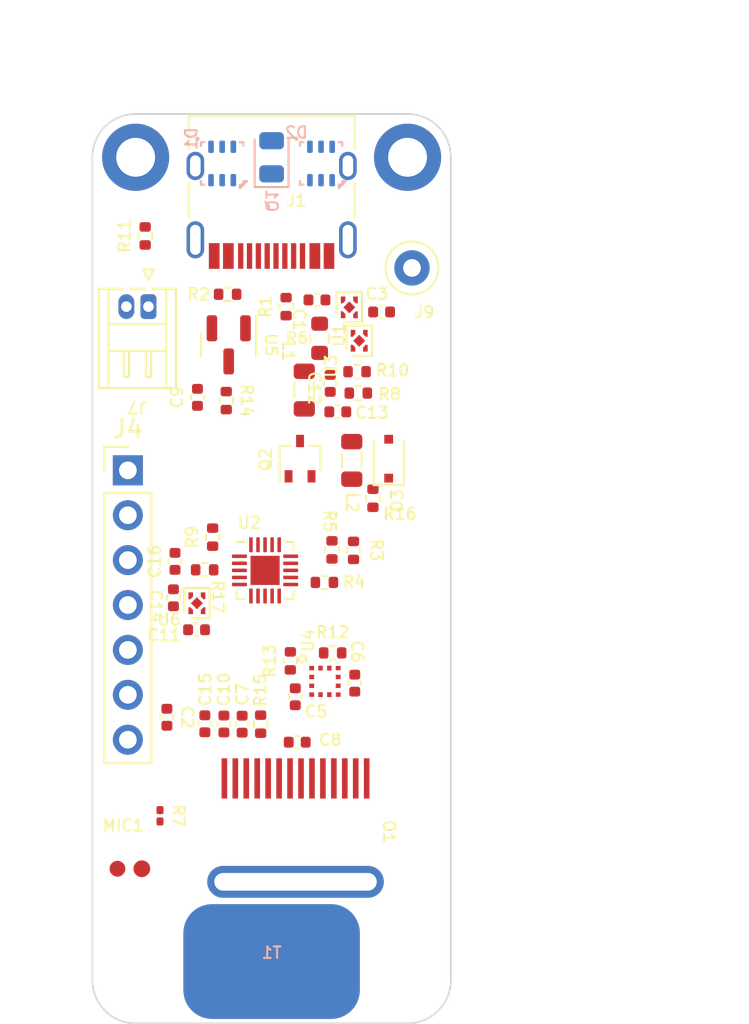
<source format=kicad_pcb>
(kicad_pcb (version 20211014) (generator pcbnew)
  (layers (0 "F.Cu" signal) (31 "B.Cu" signal) (34 "B.Paste" user) (35 "F.Paste" user) (36 "B.SilkS" user "B.Silkscreen") (37 "F.SilkS" user "F.Silkscreen") (38 "B.Mask" user) (39 "F.Mask" user) (44 "Edge.Cuts" user))
  (net 0 "")
  (net 1 "Net-(C1-Pad1)")
  (net 2 "GND")
  (net 3 "VCCMON")
  (net 4 "Net-(C2-Pad2)")
  (net 5 "Net-(C3-Pad1)")
  (net 6 "VDD")
  (net 7 "VD")
  (net 8 "Net-(C7-Pad1)")
  (net 9 "Net-(C9-Pad1)")
  (net 10 "Net-(C9-Pad2)")
  (net 11 "VCC")
  (net 12 "Net-(C13-Pad1)")
  (net 13 "Net-(C13-Pad2)")
  (net 14 "Net-(J1-PadA5)")
  (net 15 "Net-(J1-PadA6)")
  (net 16 "Net-(J1-PadA7)")
  (net 18 "Net-(J1-PadB5)")
  (net 20 "BONUS2")
  (net 21 "SWIO")
  (net 22 "PHOTODIODE")
  (net 23 "T2CH4")
  (net 24 "D-")
  (net 25 "D+")
  (net 26 "USBE")
  (net 27 "Net-(R6-Pad2)")
  (net 28 "PD6")
  (net 29 "SCL")
  (net 30 "SDA")
  (net 31 "Net-(O1-Pad12)")
  (net 32 "OLEDRES")
  (net 33 "BONUS1")
  (net 34 "WSOUT")
  (net 35 "TOUCH")
  (net 37 "Net-(D1-Pad4)")
  (net 50 "Net-(R8-Pad2)")
  (net 51 "NRST")
  (net 52 "PD2")
  (net 53 "PA1")
  (footprint "Resistor_SMD:R_0402_1005Metric" (layer "F.Cu") (at 103.61 41.69)
    (fp_text reference "R8" (at 1.78 0.06 unlocked) (layer "F.SilkS") (effects (font (size 0.65 0.65) (thickness 0.12))))
    (fp_text value "243k")
    (fp_line (start -0.153641 0.38) (end 0.153641 0.38) (layer "F.SilkS") (width 0.12))
    (fp_line (start -0.153641 -0.38) (end 0.153641 -0.38) (layer "F.SilkS") (width 0.12))
    (pad "1" smd roundrect (at -0.51 0) (size 0.54 0.64) (layers "F.Cu" "F.Paste" "F.Mask") (net 2 "GND"))
    (pad "2" smd roundrect (at 0.51 0) (size 0.54 0.64) (layers "F.Cu" "F.Paste" "F.Mask") (net 50 "Net-(R8-Pad2)"))
  )
  (footprint "Resistor_SMD:R_0201_0603Metric" (layer "F.Cu") (at 92.38 65.605 -90)
    (fp_text reference "R7" (at 0 -1.05 -90 unlocked) (layer "F.SilkS") (effects (font (size 0.65 0.65) (thickness 0.12))))
    (fp_text value "2.2k")
    (pad "1" smd roundrect (at -0.32 0 270) (size 0.46 0.4) (layers "F.Cu" "F.Mask") (net 28 "PD6"))
    (pad "2" smd roundrect (at 0.32 0 270) (size 0.46 0.4) (layers "F.Cu" "F.Mask") (net 4 "Net-(C2-Pad2)"))
  )
  (footprint "Capacitor_SMD:C_0402_1005Metric" (layer "F.Cu") (at 103.41 58.1 -90)
    (fp_text reference "C6" (at -1.78 -0.14 -90 unlocked) (layer "F.SilkS") (effects (font (size 0.65 0.65) (thickness 0.12))))
    (fp_text value "0.1u16v")
    (fp_line (start -0.107836 0.36) (end 0.107836 0.36) (layer "F.SilkS") (width 0.12))
    (fp_line (start -0.107836 -0.36) (end 0.107836 -0.36) (layer "F.SilkS") (width 0.12))
    (pad "1" smd roundrect (at -0.48 0 270) (size 0.56 0.62) (layers "F.Cu" "F.Paste" "F.Mask") (net 7 "VD"))
    (pad "2" smd roundrect (at 0.48 0 270) (size 0.56 0.62) (layers "F.Cu" "F.Paste" "F.Mask") (net 2 "GND"))
  )
  (footprint "Capacitor_SMD:C_0402_1005Metric" (layer "F.Cu") (at 94.45 55.08)
    (fp_text reference "C11" (at -1.84 0.31 unlocked) (layer "F.SilkS") (effects (font (size 0.65 0.65) (thickness 0.12))))
    (fp_text value "2.2u16v")
    (fp_line (start -0.107836 0.36) (end 0.107836 0.36) (layer "F.SilkS") (width 0.12))
    (fp_line (start -0.107836 -0.36) (end 0.107836 -0.36) (layer "F.SilkS") (width 0.12))
    (pad "1" smd roundrect (at -0.48 0) (size 0.56 0.62) (layers "F.Cu" "F.Paste" "F.Mask") (net 7 "VD"))
    (pad "2" smd roundrect (at 0.48 0) (size 0.56 0.62) (layers "F.Cu" "F.Paste" "F.Mask") (net 2 "GND"))
  )
  (footprint "MountingHole:MountingHole_2.2mm_M2_DIN965_Pad" (layer "F.Cu") (at 106.4 28.35)
    (fp_text reference "J3" hide)
    (fp_text value "BONUS")
    (pad "1" thru_hole circle (at 0 0) (size 3.8 3.8) (drill 2.2) (layers *.Cu *.Mask) (net 33 "BONUS1"))
  )
  (footprint "Resistor_SMD:R_0402_1005Metric" (layer "F.Cu") (at 104.44 47.64 90)
    (fp_text reference "R16" (at -0.89 1.53 unlocked) (layer "F.SilkS") (effects (font (size 0.65 0.65) (thickness 0.12))))
    (fp_text value "243k")
    (fp_line (start -0.153641 -0.38) (end 0.153641 -0.38) (layer "F.SilkS") (width 0.12))
    (fp_line (start -0.153641 0.38) (end 0.153641 0.38) (layer "F.SilkS") (width 0.12))
    (pad "1" smd roundrect (at -0.51 0 90) (size 0.54 0.64) (layers "F.Cu" "F.Paste" "F.Mask") (net 3 "VCCMON"))
    (pad "2" smd roundrect (at 0.51 0 90) (size 0.54 0.64) (layers "F.Cu" "F.Paste" "F.Mask") (net 11 "VCC"))
  )
  (footprint "Resistor_SMD:R_0402_1005Metric" (layer "F.Cu") (at 98.08 60.42 90)
    (fp_text reference "R15" (at 1.92 -0.02 90 unlocked) (layer "F.SilkS") (effects (font (size 0.65 0.65) (thickness 0.12))))
    (fp_text value "560k")
    (fp_line (start -0.153641 0.38) (end 0.153641 0.38) (layer "F.SilkS") (width 0.12))
    (fp_line (start -0.153641 -0.38) (end 0.153641 -0.38) (layer "F.SilkS") (width 0.12))
    (pad "1" smd roundrect (at -0.51 0 90) (size 0.54 0.64) (layers "F.Cu" "F.Paste" "F.Mask") (net 31 "Net-(O1-Pad12)"))
    (pad "2" smd roundrect (at 0.51 0 90) (size 0.54 0.64) (layers "F.Cu" "F.Paste" "F.Mask") (net 2 "GND"))
  )
  (footprint "Capacitor_SMD:C_0402_1005Metric" (layer "F.Cu") (at 93.14 53.27 -90)
    (fp_text reference "C14" (at 0.48 0.98 -90 unlocked) (layer "F.SilkS") (effects (font (size 0.65 0.65) (thickness 0.12))))
    (fp_text value "0.1u16v")
    (fp_line (start -0.107836 0.36) (end 0.107836 0.36) (layer "F.SilkS") (width 0.12))
    (fp_line (start -0.107836 -0.36) (end 0.107836 -0.36) (layer "F.SilkS") (width 0.12))
    (pad "1" smd roundrect (at -0.48 0 270) (size 0.56 0.62) (layers "F.Cu" "F.Paste" "F.Mask") (net 6 "VDD"))
    (pad "2" smd roundrect (at 0.48 0 270) (size 0.56 0.62) (layers "F.Cu" "F.Paste" "F.Mask") (net 2 "GND"))
  )
  (footprint "Inductor_SMD:L_0805_2012Metric" (layer "F.Cu") (at 103.24 45.5 -90)
    (fp_text reference "L2" (at 2.38 -0.03 -90 unlocked) (layer "F.SilkS") (effects (font (size 0.65 0.65) (thickness 0.12))))
    (fp_text value "10uH")
    (fp_line (start -0.399622 0.56) (end 0.399622 0.56) (layer "F.SilkS") (width 0.12))
    (fp_line (start -0.399622 -0.56) (end 0.399622 -0.56) (layer "F.SilkS") (width 0.12))
    (pad "1" smd roundrect (at -1.0625 0 270) (size 0.875 1.2) (layers "F.Cu" "F.Paste" "F.Mask") (net 13 "Net-(C13-Pad2)"))
    (pad "2" smd roundrect (at 1.0625 0 270) (size 0.875 1.2) (layers "F.Cu" "F.Paste" "F.Mask") (net 2 "GND"))
  )
  (footprint "Capacitor_SMD:C_0402_1005Metric" (layer "F.Cu") (at 102.45 42.75)
    (fp_text reference "C13" (at 1.94 0.05 unlocked) (layer "F.SilkS") (effects (font (size 0.65 0.65) (thickness 0.12))))
    (fp_text value "4.7u16v")
    (fp_line (start -0.107836 0.36) (end 0.107836 0.36) (layer "F.SilkS") (width 0.12))
    (fp_line (start -0.107836 -0.36) (end 0.107836 -0.36) (layer "F.SilkS") (width 0.12))
    (pad "1" smd roundrect (at -0.48 0) (size 0.56 0.62) (layers "F.Cu" "F.Paste" "F.Mask") (net 12 "Net-(C13-Pad1)"))
    (pad "2" smd roundrect (at 0.48 0) (size 0.56 0.62) (layers "F.Cu" "F.Paste" "F.Mask") (net 13 "Net-(C13-Pad2)"))
  )
  (footprint "Swadge_Parts:GOERTEK_MIC_B4013AM423" (layer "F.Cu") (at 91.35 68.6)
    (fp_text reference "MIC1" (at -1.05 -2.45 unlocked) (layer "F.SilkS") (effects (font (size 0.65 0.65) (thickness 0.12))))
    (fp_text value "Mic")
    (pad "1" smd custom (at -1.38 0) (size 0.5 0.5) (layers "F.Cu" "F.Paste" "F.Mask") (net 2 "GND") (options (clearance outline) (anchor circle)) (primitives (gr_arc (start 0 0) (mid 2.76 0) (end 0 0) (width 0.9))))
    (pad "2" smd circle (at 0 0) (size 0.95 0.95) (layers "F.Cu" "F.Paste" "F.Mask") (net 4 "Net-(C2-Pad2)"))
  )
  (footprint "Capacitor_SMD:C_0402_1005Metric" (layer "F.Cu") (at 94.5 41.93 90)
    (fp_text reference "C9" (at 0 -1.16 90 unlocked) (layer "F.SilkS") (effects (font (size 0.65 0.65) (thickness 0.12))))
    (fp_text value "0.1u16v")
    (fp_line (start -0.107836 -0.36) (end 0.107836 -0.36) (layer "F.SilkS") (width 0.12))
    (fp_line (start -0.107836 0.36) (end 0.107836 0.36) (layer "F.SilkS") (width 0.12))
    (pad "1" smd roundrect (at -0.48 0 90) (size 0.56 0.62) (layers "F.Cu" "F.Paste" "F.Mask") (net 9 "Net-(C9-Pad1)"))
    (pad "2" smd roundrect (at 0.48 0 90) (size 0.56 0.62) (layers "F.Cu" "F.Paste" "F.Mask") (net 10 "Net-(C9-Pad2)"))
  )
  (footprint "Capacitor_SMD:C_0402_1005Metric" (layer "F.Cu") (at 102.02 41.14 -90)
    (fp_text reference "C12" (at 0.27 0.9 -90 unlocked) (layer "F.SilkS") (effects (font (size 0.65 0.65) (thickness 0.12))))
    (fp_text value "10u")
    (fp_line (start -0.107836 0.36) (end 0.107836 0.36) (layer "F.SilkS") (width 0.12))
    (fp_line (start -0.107836 -0.36) (end 0.107836 -0.36) (layer "F.SilkS") (width 0.12))
    (pad "1" smd roundrect (at -0.48 0 270) (size 0.56 0.62) (layers "F.Cu" "F.Paste" "F.Mask") (net 6 "VDD"))
    (pad "2" smd roundrect (at 0.48 0 270) (size 0.56 0.62) (layers "F.Cu" "F.Paste" "F.Mask") (net 2 "GND"))
  )
  (footprint "xdfn_reg:xdfn-reg" (layer "F.Cu") (at 103.66 38.73)
    (fp_text reference "U3" (at -1.59 1.43 90 unlocked) (layer "F.SilkS") (effects (font (size 0.65 0.65) (thickness 0.12))))
    (fp_text value "MD5112")
    (fp_line (start 0.72 0.85) (end -0.31 0.85) (layer "F.SilkS") (width 0.12))
    (fp_line (start 0.72 -0.86) (end -0.72 -0.86) (layer "F.SilkS") (width 0.12))
    (fp_line (start -0.72 -0.86) (end -0.72 0.48) (layer "F.SilkS") (width 0.12))
    (fp_line (start 0.72 0.85) (end 0.72 -0.86) (layer "F.SilkS") (width 0.12))
    (pad "1" smd custom (at -0.35 0.5) (size 0.26 0.23) (layers "F.Cu" "F.Paste" "F.Mask") (net 6 "VDD") (options (clearance outline) (anchor rect)) (primitives (gr_poly (pts (xy 0.13 -0.115) (xy -0.13 -0.115) (xy -0.13 -0.275) (xy -0.02 -0.275)) (width 0) (fill yes))))
    (pad "2" smd custom (at 0.35 0.5) (size 0.26 0.23) (layers "F.Cu" "F.Paste" "F.Mask") (net 50 "Net-(R8-Pad2)") (options (clearance outline) (anchor rect)) (primitives (gr_poly (pts (xy 0.13 -0.115) (xy -0.13 -0.115) (xy 0.02 -0.275) (xy 0.13 -0.275)) (width 0) (fill yes))))
    (pad "3" smd custom (at 0.35 -0.5 180) (size 0.26 0.23) (layers "F.Cu" "F.Paste" "F.Mask") (net 5 "Net-(C3-Pad1)") (options (clearance outline) (anchor rect)) (primitives (gr_poly (pts (xy 0.13 -0.115) (xy -0.13 -0.115) (xy -0.13 -0.275) (xy -0.02 -0.275)) (width 0) (fill yes))))
    (pad "4" smd custom (at -0.35 -0.5 180) (size 0.26 0.23) (layers "F.Cu" "F.Paste" "F.Mask") (net 5 "Net-(C3-Pad1)") (options (clearance outline) (anchor rect)) (primitives (gr_poly (pts (xy 0.13 -0.115) (xy -0.13 -0.115) (xy 0.02 -0.275) (xy 0.13 -0.275)) (width 0) (fill yes))))
    (pad "5" smd rect (at 0 0 225) (size 0.48 0.48) (layers "F.Cu" "F.Paste" "F.Mask") (net 50 "Net-(R8-Pad2)"))
  )
  (footprint "Capacitor_SMD:C_0402_1005Metric" (layer "F.Cu") (at 100.04 58.87 -90)
    (fp_text reference "C5" (at 0.84 -1.18 unlocked) (layer "F.SilkS") (effects (font (size 0.65 0.65) (thickness 0.12))))
    (fp_text value "0.1u16v")
    (fp_line (start -0.107836 -0.36) (end 0.107836 -0.36) (layer "F.SilkS") (width 0.12))
    (fp_line (start -0.107836 0.36) (end 0.107836 0.36) (layer "F.SilkS") (width 0.12))
    (pad "1" smd roundrect (at -0.48 0 270) (size 0.56 0.62) (layers "F.Cu" "F.Paste" "F.Mask") (net 7 "VD"))
    (pad "2" smd roundrect (at 0.48 0 270) (size 0.56 0.62) (layers "F.Cu" "F.Paste" "F.Mask") (net 2 "GND"))
  )
  (footprint "Resistor_SMD:R_0402_1005Metric" (layer "F.Cu") (at 91.54 32.8 90)
    (fp_text reference "R11" (at 0 -1.17 90 unlocked) (layer "F.SilkS") (effects (font (size 0.65 0.65) (thickness 0.12))))
    (fp_text value "NP")
    (fp_line (start -0.153641 0.38) (end 0.153641 0.38) (layer "F.SilkS") (width 0.12))
    (fp_line (start -0.153641 -0.38) (end 0.153641 -0.38) (layer "F.SilkS") (width 0.12))
    (pad "1" smd roundrect (at -0.51 0 90) (size 0.54 0.64) (layers "F.Cu" "F.Paste" "F.Mask") (net 2 "GND"))
    (pad "2" smd roundrect (at 0.51 0 90) (size 0.54 0.64) (layers "F.Cu" "F.Paste" "F.Mask") (net 22 "PHOTODIODE"))
  )
  (footprint "Resistor_SMD:R_0402_1005Metric" (layer "F.Cu") (at 94.91 51.69 180)
    (fp_text reference "R17" (at -0.75 -1.52 270 unlocked) (layer "F.SilkS") (effects (font (size 0.65 0.65) (thickness 0.12))))
    (fp_text value "100k")
    (fp_line (start -0.153641 -0.38) (end 0.153641 -0.38) (layer "F.SilkS") (width 0.12))
    (fp_line (start -0.153641 0.38) (end 0.153641 0.38) (layer "F.SilkS") (width 0.12))
    (pad "1" smd roundrect (at -0.51 0 180) (size 0.54 0.64) (layers "F.Cu" "F.Paste" "F.Mask") (net 3 "VCCMON"))
    (pad "2" smd roundrect (at 0.51 0 180) (size 0.54 0.64) (layers "F.Cu" "F.Paste" "F.Mask") (net 2 "GND"))
  )
  (footprint "Resistor_SMD:R_0402_1005Metric" (layer "F.Cu") (at 102.16 56.39)
    (fp_text reference "R12" (at 0 -1.17 unlocked) (layer "F.SilkS") (effects (font (size 0.65 0.65) (thickness 0.12))))
    (fp_text value "10k")
    (fp_line (start -0.153641 -0.38) (end 0.153641 -0.38) (layer "F.SilkS") (width 0.12))
    (fp_line (start -0.153641 0.38) (end 0.153641 0.38) (layer "F.SilkS") (width 0.12))
    (pad "1" smd roundrect (at -0.51 0) (size 0.54 0.64) (layers "F.Cu" "F.Paste" "F.Mask") (net 29 "SCL"))
    (pad "2" smd roundrect (at 0.51 0) (size 0.54 0.64) (layers "F.Cu" "F.Paste" "F.Mask") (net 7 "VD"))
  )
  (footprint "xdfn_reg:xdfn-reg" (layer "F.Cu") (at 103.1 36.84)
    (fp_text reference "U1" (at -0.59 1.56 90 unlocked) (layer "F.SilkS") (effects (font (size 0.65 0.65) (thickness 0.12))))
    (fp_text value "MD5112")
    (fp_line (start 0.72 0.85) (end -0.31 0.85) (layer "F.SilkS") (width 0.12))
    (fp_line (start 0.72 -0.86) (end -0.72 -0.86) (layer "F.SilkS") (width 0.12))
    (fp_line (start 0.72 0.85) (end 0.72 -0.86) (layer "F.SilkS") (width 0.12))
    (fp_line (start -0.72 -0.86) (end -0.72 0.48) (layer "F.SilkS") (width 0.12))
    (pad "1" smd custom (at -0.35 0.5) (size 0.26 0.23) (layers "F.Cu" "F.Paste" "F.Mask") (net 27 "Net-(R6-Pad2)") (options (clearance outline) (anchor rect)) (primitives (gr_poly (pts (xy 0.13 -0.115) (xy -0.13 -0.115) (xy -0.13 -0.275) (xy -0.02 -0.275)) (width 0) (fill yes))))
    (pad "2" smd custom (at 0.35 0.5) (size 0.26 0.23) (layers "F.Cu" "F.Paste" "F.Mask") (net 5 "Net-(C3-Pad1)") (options (clearance outline) (anchor rect)) (primitives (gr_poly (pts (xy 0.13 -0.115) (xy -0.13 -0.115) (xy 0.02 -0.275) (xy 0.13 -0.275)) (width 0) (fill yes))))
    (pad "3" smd custom (at 0.35 -0.5 180) (size 0.26 0.23) (layers "F.Cu" "F.Paste" "F.Mask") (net 1 "Net-(C1-Pad1)") (options (clearance outline) (anchor rect)) (primitives (gr_poly (pts (xy 0.13 -0.115) (xy -0.13 -0.115) (xy -0.13 -0.275) (xy -0.02 -0.275)) (width 0) (fill yes))))
    (pad "4" smd custom (at -0.35 -0.5 180) (size 0.26 0.23) (layers "F.Cu" "F.Paste" "F.Mask") (net 1 "Net-(C1-Pad1)") (options (clearance outline) (anchor rect)) (primitives (gr_poly (pts (xy 0.13 -0.115) (xy -0.13 -0.115) (xy 0.02 -0.275) (xy 0.13 -0.275)) (width 0) (fill yes))))
    (pad "5" smd rect (at 0 0 225) (size 0.48 0.48) (layers "F.Cu" "F.Paste" "F.Mask") (net 5 "Net-(C3-Pad1)"))
  )
  (footprint "Resistor_SMD:R_0402_1005Metric" (layer "F.Cu") (at 99.52 36.8 90)
    (fp_text reference "R1" (at 0 -1.17 90 unlocked) (layer "F.SilkS") (effects (font (size 0.65 0.65) (thickness 0.12))))
    (fp_text value "5.1k")
    (fp_line (start -0.153641 -0.38) (end 0.153641 -0.38) (layer "F.SilkS") (width 0.12))
    (fp_line (start -0.153641 0.38) (end 0.153641 0.38) (layer "F.SilkS") (width 0.12))
    (pad "1" smd roundrect (at -0.51 0 90) (size 0.54 0.64) (layers "F.Cu" "F.Paste" "F.Mask") (net 2 "GND"))
    (pad "2" smd roundrect (at 0.51 0 90) (size 0.54 0.64) (layers "F.Cu" "F.Paste" "F.Mask") (net 14 "Net-(J1-PadA5)"))
  )
  (footprint "MountingHole:MountingHole_2.2mm_M2_DIN965_Pad" (layer "F.Cu") (at 91 28.35)
    (fp_text reference "J2" hide)
    (fp_text value "BONUS")
    (pad "1" thru_hole circle (at 0 0) (size 3.8 3.8) (drill 2.2) (layers *.Cu *.Mask) (net 20 "BONUS2"))
  )
  (footprint "Capacitor_SMD:C_0402_1005Metric" (layer "F.Cu") (at 97.03 60.42 90)
    (fp_text reference "C7" (at 1.69 0.01 90 unlocked) (layer "F.SilkS") (effects (font (size 0.65 0.65) (thickness 0.12))))
    (fp_text value "2.2u16v")
    (fp_line (start -0.107836 -0.36) (end 0.107836 -0.36) (layer "F.SilkS") (width 0.12))
    (fp_line (start -0.107836 0.36) (end 0.107836 0.36) (layer "F.SilkS") (width 0.12))
    (pad "1" smd roundrect (at -0.48 0 90) (size 0.56 0.62) (layers "F.Cu" "F.Paste" "F.Mask") (net 8 "Net-(C7-Pad1)"))
    (pad "2" smd roundrect (at 0.48 0 90) (size 0.56 0.62) (layers "F.Cu" "F.Paste" "F.Mask") (net 2 "GND"))
  )
  (footprint "Resistor_SMD:R_0402_1005Metric" (layer "F.Cu") (at 96.21 36.1)
    (fp_text reference "R2" (at -1.64 0.01 unlocked) (layer "F.SilkS") (effects (font (size 0.65 0.65) (thickness 0.12))))
    (fp_text value "5.1k")
    (fp_line (start -0.153641 0.38) (end 0.153641 0.38) (layer "F.SilkS") (width 0.12))
    (fp_line (start -0.153641 -0.38) (end 0.153641 -0.38) (layer "F.SilkS") (width 0.12))
    (pad "1" smd roundrect (at -0.51 0) (size 0.54 0.64) (layers "F.Cu" "F.Paste" "F.Mask") (net 2 "GND"))
    (pad "2" smd roundrect (at 0.51 0) (size 0.54 0.64) (layers "F.Cu" "F.Paste" "F.Mask") (net 18 "Net-(J1-PadB5)"))
  )
  (footprint "Diode_SMD:D_SOD-323F" (layer "F.Cu") (at 105.33 45.4 90)
    (fp_text reference "D3" (at -2.36 0.49 90 unlocked) (layer "F.SilkS") (effects (font (size 0.65 0.65) (thickness 0.12))))
    (fp_text value "DSCH")
    (fp_line (start -1.5 -0.85) (end -1.5 0.85) (layer "F.SilkS") (width 0.12))
    (fp_line (start -1.5 -0.85) (end 1.05 -0.85) (layer "F.SilkS") (width 0.12))
    (fp_line (start -1.5 0.85) (end 1.05 0.85) (layer "F.SilkS") (width 0.12))
    (pad "1" smd rect (at -1.1 0 90) (size 0.5 0.5) (layers "F.Cu" "F.Paste" "F.Mask") (net 11 "VCC"))
    (pad "2" smd rect (at 1.1 0 90) (size 0.5 0.5) (layers "F.Cu" "F.Paste" "F.Mask") (net 13 "Net-(C13-Pad2)"))
  )
  (footprint "Resistor_SMD:R_0402_1005Metric" (layer "F.Cu") (at 96.13 42.115 -90)
    (fp_text reference "R14" (at 0 -1.17 -90 unlocked) (layer "F.SilkS") (effects (font (size 0.65 0.65) (thickness 0.12))))
    (fp_text value "1k")
    (fp_line (start -0.153641 0.38) (end 0.153641 0.38) (layer "F.SilkS") (width 0.12))
    (fp_line (start -0.153641 -0.38) (end 0.153641 -0.38) (layer "F.SilkS") (width 0.12))
    (pad "1" smd roundrect (at -0.51 0 270) (size 0.54 0.64) (layers "F.Cu" "F.Paste" "F.Mask") (net 9 "Net-(C9-Pad1)"))
    (pad "2" smd roundrect (at 0.51 0 270) (size 0.54 0.64) (layers "F.Cu" "F.Paste" "F.Mask") (net 6 "VDD"))
  )
  (footprint "TestPoint:TestPoint_Loop_D1.80mm_Drill1.0mm_Beaded" (layer "F.Cu") (at 106.65 34.61)
    (fp_text reference "J9" (at 0.7 2.5 unlocked) (layer "F.SilkS") (effects (font (size 0.65 0.65) (thickness 0.12))))
    (fp_text value "GND")
    (fp_circle (center 0 0) (end 1.5 0) (layer "F.SilkS") (width 0.12) (fill none))
    (pad "1" thru_hole circle (at 0 0) (size 2 2) (drill 1) (layers *.Cu *.Mask) (net 2 "GND"))
  )
  (footprint "RB0091E1401A-OLED-128x32:RB0091E1401A-OLED-128x32_FLIP" (layer "F.Cu") (at 100.055 55.44 180)
    (fp_text reference "O1" (at -5.295 -11.06 270 unlocked) (layer "F.SilkS") (effects (font (size 0.65 0.65) (thickness 0.12))))
    (fp_text value "RB0091E1401A-OLED-128x32" hide)
    (pad "1" smd roundrect (at -4.03 -8.05 270) (size 2.28 0.32) (layers "F.Cu" "F.Paste" "F.Mask") (roundrect_rratio 0.05))
    (pad "2" smd roundrect (at -3.41 -8.05 270) (size 2.28 0.32) (layers "F.Cu" "F.Paste" "F.Mask") (roundrect_rratio 0.05))
    (pad "3" smd roundrect (at -2.79 -8.05 270) (size 2.28 0.32) (layers "F.Cu" "F.Paste" "F.Mask") (roundrect_rratio 0.05))
    (pad "4" smd roundrect (at -2.17 -8.05 270) (size 2.28 0.32) (layers "F.Cu" "F.Paste" "F.Mask") (roundrect_rratio 0.05))
    (pad "5" smd roundrect (at -1.55 -8.05 270) (size 2.28 0.32) (layers "F.Cu" "F.Paste" "F.Mask") (roundrect_rratio 0.05) (net 7 "VD"))
    (pad "6" smd roundrect (at -0.93 -8.05 270) (size 2.28 0.32) (layers "F.Cu" "F.Paste" "F.Mask") (roundrect_rratio 0.05))
    (pad "7" smd roundrect (at -0.31 -8.05 270) (size 2.28 0.32) (layers "F.Cu" "F.Paste" "F.Mask") (roundrect_rratio 0.05) (net 2 "GND"))
    (pad "8" smd roundrect (at 0.31 -8.05 270) (size 2.28 0.32) (layers "F.Cu" "F.Paste" "F.Mask") (roundrect_rratio 0.05) (net 7 "VD"))
    (pad "9" smd roundrect (at 0.93 -8.05 270) (size 2.28 0.32) (layers "F.Cu" "F.Paste" "F.Mask") (roundrect_rratio 0.05) (net 32 "OLEDRES"))
    (pad "10" smd roundrect (at 1.55 -8.05 270) (size 2.28 0.32) (layers "F.Cu" "F.Paste" "F.Mask") (roundrect_rratio 0.05) (net 29 "SCL"))
    (pad "11" smd roundrect (at 2.17 -8.05 270) (size 2.28 0.32) (layers "F.Cu" "F.Paste" "F.Mask") (roundrect_rratio 0.05) (net 30 "SDA"))
    (pad "12" smd roundrect (at 2.79 -8.05 270) (size 2.28 0.32) (layers "F.Cu" "F.Paste" "F.Mask") (roundrect_rratio 0.05) (net 31 "Net-(O1-Pad12)"))
    (pad "13" smd roundrect (at 3.41 -8.05 270) (size 2.28 0.32) (layers "F.Cu" "F.Paste" "F.Mask") (roundrect_rratio 0.05) (net 8 "Net-(C7-Pad1)"))
    (pad "14" smd roundrect (at 4.03 -8.05 270) (size 2.28 0.32) (layers "F.Cu" "F.Paste" "F.Mask") (roundrect_rratio 0.05) (net 11 "VCC"))
    (pad "15" thru_hole oval (at 0 -13.9 180) (size 10 1.8) (drill oval 9.2 1) (layers *.Cu *.Mask) (net 2 "GND"))
  )
  (footprint "Resistor_SMD:R_0402_1005Metric" (layer "F.Cu") (at 95.36 49.84 90)
    (fp_text reference "R9" (at 0 -1.17 90 unlocked) (layer "F.SilkS") (effects (font (size 0.65 0.65) (thickness 0.12))))
    (fp_text value "10k")
    (fp_line (start -0.153641 -0.38) (end 0.153641 -0.38) (layer "F.SilkS") (width 0.12))
    (fp_line (start -0.153641 0.38) (end 0.153641 0.38) (layer "F.SilkS") (width 0.12))
    (pad "1" smd roundrect (at -0.51 0 90) (size 0.54 0.64) (layers "F.Cu" "F.Paste" "F.Mask") (net 51 "NRST"))
    (pad "2" smd roundrect (at 0.51 0 90) (size 0.54 0.64) (layers "F.Cu" "F.Paste" "F.Mask") (net 6 "VDD"))
  )
  (footprint "Capacitor_SMD:C_0402_1005Metric" (layer "F.Cu") (at 104.93 37.1)
    (fp_text reference "C3" (at -0.27 -1.02 unlocked) (layer "F.SilkS") (effects (font (size 0.65 0.65) (thickness 0.12))))
    (fp_text value "2.2u16v")
    (fp_line (start -0.107836 -0.36) (end 0.107836 -0.36) (layer "F.SilkS") (width 0.12))
    (fp_line (start -0.107836 0.36) (end 0.107836 0.36) (layer "F.SilkS") (width 0.12))
    (pad "1" smd roundrect (at -0.48 0) (size 0.56 0.62) (layers "F.Cu" "F.Paste" "F.Mask") (net 5 "Net-(C3-Pad1)"))
    (pad "2" smd roundrect (at 0.48 0) (size 0.56 0.62) (layers "F.Cu" "F.Paste" "F.Mask") (net 2 "GND"))
  )
  (footprint "Capacitor_SMD:C_0402_1005Metric" (layer "F.Cu") (at 92.77 60.03 -90)
    (fp_text reference "C2" (at 0 -1.16 -90 unlocked) (layer "F.SilkS") (effects (font (size 0.65 0.65) (thickness 0.12))))
    (fp_text value "0.1u16v")
    (fp_line (start -0.107836 0.36) (end 0.107836 0.36) (layer "F.SilkS") (width 0.12))
    (fp_line (start -0.107836 -0.36) (end 0.107836 -0.36) (layer "F.SilkS") (width 0.12))
    (pad "1" smd roundrect (at -0.48 0 270) (size 0.56 0.62) (layers "F.Cu" "F.Paste" "F.Mask") (net 3 "VCCMON"))
    (pad "2" smd roundrect (at 0.48 0 270) (size 0.56 0.62) (layers "F.Cu" "F.Paste" "F.Mask") (net 4 "Net-(C2-Pad2)"))
  )
  (footprint "Capacitor_SMD:C_0402_1005Metric" (layer "F.Cu") (at 101.27 36.42 180)
    (fp_text reference "C1" (at 1 -1.11 270 unlocked) (layer "F.SilkS") (effects (font (size 0.65 0.65) (thickness 0.12))))
    (fp_text value "10u")
    (fp_line (start -0.107836 -0.36) (end 0.107836 -0.36) (layer "F.SilkS") (width 0.12))
    (fp_line (start -0.107836 0.36) (end 0.107836 0.36) (layer "F.SilkS") (width 0.12))
    (pad "1" smd roundrect (at -0.48 0 180) (size 0.56 0.62) (layers "F.Cu" "F.Paste" "F.Mask") (net 1 "Net-(C1-Pad1)"))
    (pad "2" smd roundrect (at 0.48 0 180) (size 0.56 0.62) (layers "F.Cu" "F.Paste" "F.Mask") (net 2 "GND"))
  )
  (footprint "Package_TO_SOT_SMD:SOT-23" (layer "F.Cu") (at 96.27 38.9625 -90)
    (fp_text reference "U5" (at 0 -2.4 -90 unlocked) (layer "F.SilkS") (effects (font (size 0.65 0.65) (thickness 0.12))))
    (fp_text value "RY2200")
    (fp_line (start 0 -1.56) (end 0.65 -1.56) (layer "F.SilkS") (width 0.12))
    (fp_line (start 0 1.56) (end -0.65 1.56) (layer "F.SilkS") (width 0.12))
    (fp_line (start 0 1.56) (end 0.65 1.56) (layer "F.SilkS") (width 0.12))
    (fp_line (start 0 -1.56) (end -1.675 -1.56) (layer "F.SilkS") (width 0.12))
    (pad "1" smd roundrect (at -0.9375 -0.95 270) (size 1.475 0.6) (layers "F.Cu" "F.Paste" "F.Mask") (net 2 "GND"))
    (pad "2" smd roundrect (at -0.9375 0.95 270) (size 1.475 0.6) (layers "F.Cu" "F.Paste" "F.Mask") (net 10 "Net-(C9-Pad2)"))
    (pad "3" smd roundrect (at 0.9375 0 270) (size 1.475 0.6) (layers "F.Cu" "F.Paste" "F.Mask") (net 9 "Net-(C9-Pad1)"))
  )
  (footprint "Capacitor_SMD:C_0402_1005Metric" (layer "F.Cu") (at 100.15 61.44)
    (fp_text reference "C8" (at 1.87 -0.13 unlocked) (layer "F.SilkS") (effects (font (size 0.65 0.65) (thickness 0.12))))
    (fp_text value "0.1u16v")
    (fp_line (start -0.107836 0.36) (end 0.107836 0.36) (layer "F.SilkS") (width 0.12))
    (fp_line (start -0.107836 -0.36) (end 0.107836 -0.36) (layer "F.SilkS") (width 0.12))
    (pad "1" smd roundrect (at -0.48 0) (size 0.56 0.62) (layers "F.Cu" "F.Paste" "F.Mask") (net 7 "VD"))
    (pad "2" smd roundrect (at 0.48 0) (size 0.56 0.62) (layers "F.Cu" "F.Paste" "F.Mask") (net 2 "GND"))
  )
  (footprint "Connector_Hirose:Hirose_DF13-02P-1.25DS_1x02_P1.25mm_Horizontal" (layer "F.Cu") (at 91.725 36.7975 180)
    (fp_text reference "J7" (at 0.62 -5.7 180 unlocked) (layer "F.SilkS") (effects (font (size 0.65 0.65) (thickness 0.12))))
    (fp_text value "BATT")
    (fp_line (start 1.1 -2.5) (end 1.1 -3.9625) (layer "F.SilkS") (width 0.12))
    (fp_line (start 0 -4) (end 0.15 -3.9625) (layer "F.SilkS") (width 0.12))
    (fp_line (start 1.25 -4) (end 1.4 -3.9625) (layer "F.SilkS") (width 0.12))
    (fp_line (start -1.56 1.01) (end -1.56 -4.61) (layer "F.SilkS") (width 0.12))
    (fp_line (start -1.01 -1) (end 2.26 -1) (layer "F.SilkS") (width 0.12))
    (fp_line (start 2.81 1.01) (end 1.5 1.01) (layer "F.SilkS") (width 0.12))
    (fp_line (start -0.15 -2.5) (end -0.15 -3.9625) (layer "F.SilkS") (width 0.12))
    (fp_line (start -1.01 -4.61) (end -1.01 1.01) (layer "F.SilkS") (width 0.12))
    (fp_line (start 0 1.5) (end -0.3 2.1) (layer "F.SilkS") (width 0.12))
    (fp_line (start 1.5 1.01) (end 1.5 0.96) (layer "F.SilkS") (width 0.12))
    (fp_line (start 0.25 0.96) (end 0.25 1.01) (layer "F.SilkS") (width 0.12))
    (fp_line (start -0.25 1.01) (end -1.56 1.01) (layer "F.SilkS") (width 0.12))
    (fp_line (start 1.4 -3.9625) (end 1.4 -2.5) (layer "F.SilkS") (width 0.12))
    (fp_line (start 1 1.01) (end 1 0.96) (layer "F.SilkS") (width 0.12))
    (fp_line (start 0.3 2.1) (end 0 1.5) (layer "F.SilkS") (width 0.12))
    (fp_line (start -0.25 0.96) (end -0.25 1.01) (layer "F.SilkS") (width 0.12))
    (fp_line (start 2.26 -4.61) (end 2.26 1.01) (layer "F.SilkS") (width 0.12))
    (fp_line (start -0.15 -3.9625) (end 0 -4) (layer "F.SilkS") (width 0.12))
    (fp_line (start 0.25 1.01) (end 1 1.01) (layer "F.SilkS") (width 0.12))
    (fp_line (start 2.81 -4.61) (end 2.81 1.01) (layer "F.SilkS") (width 0.12))
    (fp_line (start 0.15 -3.9625) (end 0.15 -2.5) (layer "F.SilkS") (width 0.12))
    (fp_line (start -1.01 -2.5) (end 2.26 -2.5) (layer "F.SilkS") (width 0.12))
    (fp_line (start -0.3 2.1) (end 0.3 2.1) (layer "F.SilkS") (width 0.12))
    (fp_line (start 1.1 -3.9625) (end 1.25 -4) (layer "F.SilkS") (width 0.12))
    (fp_line (start -1.56 -4.61) (end 2.81 -4.61) (layer "F.SilkS") (width 0.12))
    (pad "1" thru_hole roundrect (at 0 0 180) (size 0.9 1.4) (drill 0.6) (layers *.Cu *.Mask) (net 10 "Net-(C9-Pad2)"))
    (pad "2" thru_hole oval (at 1.25 0 180) (size 0.9 1.4) (drill 0.6) (layers *.Cu *.Mask) (net 6 "VDD"))
  )
  (footprint "Connector_PinHeader_2.54mm:PinHeader_1x07_P2.54mm_Vertical" (layer "F.Cu") (at 90.56 46.06)
    (fp_text reference "J4" (at 0 -2.33) (layer "F.SilkS"))
    (fp_text value "CONN")
    (fp_line (start -1.33 1.27) (end -1.33 16.57) (layer "F.SilkS") (width 0.12))
    (fp_line (start -1.33 -1.33) (end 0 -1.33) (layer "F.SilkS") (width 0.12))
    (fp_line (start -1.33 0) (end -1.33 -1.33) (layer "F.SilkS") (width 0.12))
    (fp_line (start 1.33 1.27) (end 1.33 16.57) (layer "F.SilkS") (width 0.12))
    (fp_line (start -1.33 1.27) (end 1.33 1.27) (layer "F.SilkS") (width 0.12))
    (fp_line (start -1.33 16.57) (end 1.33 16.57) (layer "F.SilkS") (width 0.12))
    (pad "1" thru_hole rect (at 0 0) (size 1.7 1.7) (drill 1) (layers *.Cu *.Mask) (net 2 "GND"))
    (pad "2" thru_hole oval (at 0 2.54) (size 1.7 1.7) (drill 1) (layers *.Cu *.Mask) (net 21 "SWIO"))
    (pad "3" thru_hole oval (at 0 5.08) (size 1.7 1.7) (drill 1) (layers *.Cu *.Mask) (net 7 "VD"))
    (pad "4" thru_hole oval (at 0 7.62) (size 1.7 1.7) (drill 1) (layers *.Cu *.Mask) (net 52 "PD2"))
    (pad "5" thru_hole oval (at 0 10.16) (size 1.7 1.7) (drill 1) (layers *.Cu *.Mask) (net 51 "NRST"))
    (pad "6" thru_hole oval (at 0 12.7) (size 1.7 1.7) (drill 1) (layers *.Cu *.Mask) (net 53 "PA1"))
    (pad "7" thru_hole oval (at 0 15.24) (size 1.7 1.7) (drill 1) (layers *.Cu *.Mask) (net 2 "GND"))
  )
  (footprint "Capacitor_SMD:C_0402_1005Metric" (layer "F.Cu") (at 94.92 60.4 90)
    (fp_text reference "C15" (at 1.95 0.02 90 unlocked) (layer "F.SilkS") (effects (font (size 0.65 0.65) (thickness 0.12))))
    (fp_text value "4.7u16v")
    (fp_line (start -0.107836 0.36) (end 0.107836 0.36) (layer "F.SilkS") (width 0.12))
    (fp_line (start -0.107836 -0.36) (end 0.107836 -0.36) (layer "F.SilkS") (width 0.12))
    (pad "1" smd roundrect (at -0.48 0 90) (size 0.56 0.62) (layers "F.Cu" "F.Paste" "F.Mask") (net 11 "VCC"))
    (pad "2" smd roundrect (at 0.48 0 90) (size 0.56 0.62) (layers "F.Cu" "F.Paste" "F.Mask") (net 2 "GND"))
  )
  (footprint "Connector_USB:USB_C_Receptacle_HRO_TYPE-C-31-M-12" (layer "F.Cu") (at 98.7 29.89 180)
    (fp_text reference "J1" (at -1.4 -0.91 unlocked) (layer "F.SilkS") (effects (font (size 0.65 0.65) (thickness 0.12))))
    (fp_text value "USB_C_Receptacle_USB2.0")
    (fp_line (start -4.7 -1.9) (end -4.7 0.1) (layer "F.SilkS") (width 0.12))
    (fp_line (start 4.7 -1.9) (end 4.7 0.1) (layer "F.SilkS") (width 0.12))
    (fp_line (start -4.7 2) (end -4.7 3.9) (layer "F.SilkS") (width 0.12))
    (fp_line (start 4.7 2) (end 4.7 3.9) (layer "F.SilkS") (width 0.12))
    (fp_line (start -4.7 3.9) (end 4.7 3.9) (layer "F.SilkS") (width 0.12))
    (pad "" np_thru_hole circle (at -2.89 -2.6 180) (size 0.65 0.65) (drill 0.65) (layers *.Cu *.Mask))
    (pad "" np_thru_hole circle (at 2.89 -2.6 180) (size 0.65 0.65) (drill 0.65) (layers *.Cu *.Mask))
    (pad "A1" smd rect (at -3.25 -4.045 180) (size 0.6 1.45) (layers "F.Cu" "F.Paste" "F.Mask") (net 2 "GND"))
    (pad "A4" smd rect (at -2.45 -4.045 180) (size 0.6 1.45) (layers "F.Cu" "F.Paste" "F.Mask") (net 1 "Net-(C1-Pad1)"))
    (pad "A5" smd rect (at -1.25 -4.045 180) (size 0.3 1.45) (layers "F.Cu" "F.Paste" "F.Mask") (net 14 "Net-(J1-PadA5)"))
    (pad "A6" smd rect (at -0.25 -4.045 180) (size 0.3 1.45) (layers "F.Cu" "F.Paste" "F.Mask") (net 15 "Net-(J1-PadA6)"))
    (pad "A7" smd rect (at 0.25 -4.045 180) (size 0.3 1.45) (layers "F.Cu" "F.Paste" "F.Mask") (net 16 "Net-(J1-PadA7)"))
    (pad "A8" smd rect (at 1.25 -4.045 180) (size 0.3 1.45) (layers "F.Cu" "F.Paste" "F.Mask"))
    (pad "A9" smd rect (at 2.45 -4.045 180) (size 0.6 1.45) (layers "F.Cu" "F.Paste" "F.Mask") (net 1 "Net-(C1-Pad1)"))
    (pad "A12" smd rect (at 3.25 -4.045 180) (size 0.6 1.45) (layers "F.Cu" "F.Paste" "F.Mask") (net 2 "GND"))
    (pad "B1" smd rect (at 3.25 -4.045 180) (size 0.6 1.45) (layers "F.Cu" "F.Paste" "F.Mask") (net 2 "GND"))
    (pad "B4" smd rect (at 2.45 -4.045 180) (size 0.6 1.45) (layers "F.Cu" "F.Paste" "F.Mask") (net 1 "Net-(C1-Pad1)"))
    (pad "B5" smd rect (at 1.75 -4.045 180) (size 0.3 1.45) (layers "F.Cu" "F.Paste" "F.Mask") (net 18 "Net-(J1-PadB5)"))
    (pad "B6" smd rect (at 0.75 -4.045 180) (size 0.3 1.45) (layers "F.Cu" "F.Paste" "F.Mask") (net 15 "Net-(J1-PadA6)"))
    (pad "B7" smd rect (at -0.75 -4.045 180) (size 0.3 1.45) (layers "F.Cu" "F.Paste" "F.Mask") (net 16 "Net-(J1-PadA7)"))
    (pad "B8" smd rect (at -1.75 -4.045 180) (size 0.3 1.45) (layers "F.Cu" "F.Paste" "F.Mask"))
    (pad "B9" smd rect (at -2.45 -4.045 180) (size 0.6 1.45) (layers "F.Cu" "F.Paste" "F.Mask") (net 1 "Net-(C1-Pad1)"))
    (pad "B12" smd rect (at -3.25 -4.045 180) (size 0.6 1.45) (layers "F.Cu" "F.Paste" "F.Mask") (net 2 "GND"))
    (pad "S1" thru_hole oval (at 4.32 -3.13 180) (size 1 2.1) (drill oval 0.6 1.7) (layers *.Cu *.Mask) (net 2 "GND"))
    (pad "S1" thru_hole oval (at 4.32 1.05 180) (size 1 1.6) (drill oval 0.6 1.2) (layers *.Cu *.Mask) (net 2 "GND"))
    (pad "S1" thru_hole oval (at -4.32 -3.13 180) (size 1 2.1) (drill oval 0.6 1.7) (layers *.Cu *.Mask) (net 2 "GND"))
    (pad "S1" thru_hole oval (at -4.32 1.05 180) (size 1 1.6) (drill oval 0.6 1.2) (layers *.Cu *.Mask) (net 2 "GND"))
  )
  (footprint "xdfn_reg:xdfn-reg" (layer "F.Cu") (at 94.47 53.58)
    (fp_text reference "U6" (at -1.57 0.93 unlocked) (layer "F.SilkS") (effects (font (size 0.65 0.65) (thickness 0.12))))
    (fp_text value "RS3236-3.3YUTDN4")
    (fp_line (start 0.72 0.85) (end 0.72 -0.86) (layer "F.SilkS") (width 0.12))
    (fp_line (start 0.72 0.85) (end -0.31 0.85) (layer "F.SilkS") (width 0.12))
    (fp_line (start -0.72 -0.86) (end -0.72 0.48) (layer "F.SilkS") (width 0.12))
    (fp_line (start 0.72 -0.86) (end -0.72 -0.86) (layer "F.SilkS") (width 0.12))
    (pad "1" smd custom (at -0.35 0.5) (size 0.26 0.23) (layers "F.Cu" "F.Paste" "F.Mask") (net 7 "VD") (options (clearance outline) (anchor rect)) (primitives (gr_poly (pts (xy 0.13 -0.115) (xy -0.13 -0.115) (xy -0.13 -0.275) (xy -0.02 -0.275)) (width 0) (fill yes))))
    (pad "2" smd custom (at 0.35 0.5) (size 0.26 0.23) (layers "F.Cu" "F.Paste" "F.Mask") (net 2 "GND") (options (clearance outline) (anchor rect)) (primitives (gr_poly (pts (xy 0.13 -0.115) (xy -0.13 -0.115) (xy 0.02 -0.275) (xy 0.13 -0.275)) (width 0) (fill yes))))
    (pad "3" smd custom (at 0.35 -0.5 180) (size 0.26 0.23) (layers "F.Cu" "F.Paste" "F.Mask") (net 6 "VDD") (options (clearance outline) (anchor rect)) (primitives (gr_poly (pts (xy 0.13 -0.115) (xy -0.13 -0.115) (xy -0.13 -0.275) (xy -0.02 -0.275)) (width 0) (fill yes))))
    (pad "4" smd custom (at -0.35 -0.5 180) (size 0.26 0.23) (layers "F.Cu" "F.Paste" "F.Mask") (net 6 "VDD") (options (clearance outline) (anchor rect)) (primitives (gr_poly (pts (xy 0.13 -0.115) (xy -0.13 -0.115) (xy 0.02 -0.275) (xy 0.13 -0.275)) (width 0) (fill yes))))
    (pad "5" smd rect (at 0 0 225) (size 0.48 0.48) (layers "F.Cu" "F.Paste" "F.Mask") (net 2 "GND"))
  )
  (footprint "Resistor_SMD:R_0402_1005Metric" (layer "F.Cu") (at 103.54 40.48)
    (fp_text reference "R10" (at 2.01 -0.08 unlocked) (layer "F.SilkS") (effects (font (size 0.65 0.65) (thickness 0.12))))
    (fp_text value "100k")
    (fp_line (start -0.153641 0.38) (end 0.153641 0.38) (layer "F.SilkS") (width 0.12))
    (fp_line (start -0.153641 -0.38) (end 0.153641 -0.38) (layer "F.SilkS") (width 0.12))
    (pad "1" smd roundrect (at -0.51 0) (size 0.54 0.64) (layers "F.Cu" "F.Paste" "F.Mask") (net 6 "VDD"))
    (pad "2" smd roundrect (at 0.51 0) (size 0.54 0.64) (layers "F.Cu" "F.Paste" "F.Mask") (net 50 "Net-(R8-Pad2)"))
  )
  (footprint "Resistor_SMD:R_0402_1005Metric" (layer "F.Cu") (at 99.76 56.84 90)
    (fp_text reference "R13" (at 0 -1.17 90 unlocked) (layer "F.SilkS") (effects (font (size 0.65 0.65) (thickness 0.12))))
    (fp_text value "10k")
    (fp_line (start -0.153641 0.38) (end 0.153641 0.38) (layer "F.SilkS") (width 0.12))
    (fp_line (start -0.153641 -0.38) (end 0.153641 -0.38) (layer "F.SilkS") (width 0.12))
    (pad "1" smd roundrect (at -0.51 0 90) (size 0.54 0.64) (layers "F.Cu" "F.Paste" "F.Mask") (net 30 "SDA"))
    (pad "2" smd roundrect (at 0.51 0 90) (size 0.54 0.64) (layers "F.Cu" "F.Paste" "F.Mask") (net 7 "VD"))
  )
  (footprint "Inductor_SMD:L_0805_2012Metric" (layer "F.Cu") (at 100.55 41.52 -90)
    (fp_text reference "L1" (at -2.21 0.91 -90 unlocked) (layer "F.SilkS") (effects (font (size 0.65 0.65) (thickness 0.12))))
    (fp_text value "10uH")
    (fp_line (start -0.399622 -0.56) (end 0.399622 -0.56) (layer "F.SilkS") (width 0.12))
    (fp_line (start -0.399622 0.56) (end 0.399622 0.56) (layer "F.SilkS") (width 0.12))
    (pad "1" smd roundrect (at -1.0625 0 270) (size 0.875 1.2) (layers "F.Cu" "F.Paste" "F.Mask") (net 6 "VDD"))
    (pad "2" smd roundrect (at 1.0625 0 270) (size 0.875 1.2) (layers "F.Cu" "F.Paste" "F.Mask") (net 12 "Net-(C13-Pad1)"))
  )
  (footprint "Capacitor_SMD:C_0402_1005Metric" (layer "F.Cu") (at 93.23 51.21 90)
    (fp_text reference "C16" (at 0 -1.16 90 unlocked) (layer "F.SilkS") (effects (font (size 0.65 0.65) (thickness 0.12))))
    (fp_text value "0.1u16v")
    (fp_line (start -0.107836 -0.36) (end 0.107836 -0.36) (layer "F.SilkS") (width 0.12))
    (fp_line (start -0.107836 0.36) (end 0.107836 0.36) (layer "F.SilkS") (width 0.12))
    (pad "1" smd roundrect (at -0.48 0 90) (size 0.56 0.62) (layers "F.Cu" "F.Paste" "F.Mask") (net 6 "VDD"))
    (pad "2" smd roundrect (at 0.48 0 90) (size 0.56 0.62) (layers "F.Cu" "F.Paste" "F.Mask") (net 2 "GND"))
  )
  (footprint "Resistor_SMD:R_0603_1608Metric" (layer "F.Cu") (at 101.42 38.59 90)
    (fp_text reference "R6" (at 0.02 -1.28 unlocked) (layer "F.SilkS") (effects (font (size 0.65 0.65) (thickness 0.12))))
    (fp_text value "15")
    (fp_line (start -0.237258 -0.5225) (end 0.237258 -0.5225) (layer "F.SilkS") (width 0.12))
    (fp_line (start -0.237258 0.5225) (end 0.237258 0.5225) (layer "F.SilkS") (width 0.12))
    (pad "1" smd roundrect (at -0.825 0 90) (size 0.8 0.95) (layers "F.Cu" "F.Paste" "F.Mask") (net 5 "Net-(C3-Pad1)"))
    (pad "2" smd roundrect (at 0.825 0 90) (size 0.8 0.95) (layers "F.Cu" "F.Paste" "F.Mask") (net 27 "Net-(R6-Pad2)"))
  )
  (footprint "Package_TO_SOT_SMD:SOT-323_SC-70" (layer "F.Cu") (at 100.31 45.4 90)
    (fp_text reference "Q2" (at -0.05 -1.95 90 unlocked) (layer "F.SilkS") (effects (font (size 0.65 0.65) (thickness 0.12))))
    (fp_text value "NMOS")
    (fp_line (start -0.68 1.16) (end 0.73 1.16) (layer "F.SilkS") (width 0.12))
    (fp_line (start 0.73 -1.16) (end -1.3 -1.16) (layer "F.SilkS") (width 0.12))
    (fp_line (start 0.73 0.5) (end 0.73 1.16) (layer "F.SilkS") (width 0.12))
    (fp_line (start 0.73 -1.16) (end 0.73 -0.5) (layer "F.SilkS") (width 0.12))
    (pad "1" smd rect (at -1 -0.65) (size 0.45 0.7) (layers "F.Cu" "F.Paste" "F.Mask") (net 23 "T2CH4"))
    (pad "2" smd rect (at -1 0.65) (size 0.45 0.7) (layers "F.Cu" "F.Paste" "F.Mask") (net 2 "GND"))
    (pad "3" smd rect (at 1 0) (size 0.45 0.7) (layers "F.Cu" "F.Paste" "F.Mask") (net 12 "Net-(C13-Pad1)"))
  )
  (footprint "Capacitor_SMD:C_0402_1005Metric" (layer "F.Cu") (at 96 60.41 90)
    (fp_text reference "C10" (at 1.96 0 90 unlocked) (layer "F.SilkS") (effects (font (size 0.65 0.65) (thickness 0.12))))
    (fp_text value "0.1u16v")
    (fp_line (start -0.107836 0.36) (end 0.107836 0.36) (layer "F.SilkS") (width 0.12))
    (fp_line (start -0.107836 -0.36) (end 0.107836 -0.36) (layer "F.SilkS") (width 0.12))
    (pad "1" smd roundrect (at -0.48 0 90) (size 0.56 0.62) (layers "F.Cu" "F.Paste" "F.Mask") (net 11 "VCC"))
    (pad "2" smd roundrect (at 0.48 0 90) (size 0.56 0.62) (layers "F.Cu" "F.Paste" "F.Mask") (net 2 "GND"))
  )
  (footprint "Resistor_SMD:R_0402_1005Metric" (layer "F.Cu") (at 103.34 50.59 -90)
    (fp_text reference "R3" (at -0.02 -1.3 -90 unlocked) (layer "F.SilkS") (effects (font (size 0.65 0.65) (thickness 0.12))))
    (fp_text value "22")
    (fp_line (start -0.153641 -0.38) (end 0.153641 -0.38) (layer "F.SilkS") (width 0.12))
    (fp_line (start -0.153641 0.38) (end 0.153641 0.38) (layer "F.SilkS") (width 0.12))
    (pad "1" smd roundrect (at -0.51 0 270) (size 0.54 0.64) (layers "F.Cu" "F.Paste" "F.Mask") (net 16 "Net-(J1-PadA7)"))
    (pad "2" smd roundrect (at 0.51 0 270) (size 0.54 0.64) (layers "F.Cu" "F.Paste" "F.Mask") (net 24 "D-"))
  )
  (footprint "Swadge_Parts:QMA6981" (layer "F.Cu") (at 101.72 58)
    (fp_text reference "U4" (at -0.94 -2.31 90 unlocked) (layer "F.SilkS") (effects (font (size 0.65 0.65) (thickness 0.12))))
    (fp_text value "QMA7981")
    (fp_circle (center -1.27 -1.27) (end -1.07 -1.27) (layer "F.SilkS") (width 0.12) (fill none))
    (pad "1" smd rect locked (at -0.75 -0.75) (size 0.275 0.25) (layers "F.Cu" "F.Paste" "F.Mask") (net 2 "GND"))
    (pad "2" smd rect locked (at -0.75 -0.25) (size 0.275 0.25) (layers "F.Cu" "F.Paste" "F.Mask") (net 30 "SDA"))
    (pad "3" smd rect locked (at -0.75 0.25) (size 0.275 0.25) (layers "F.Cu" "F.Paste" "F.Mask") (net 7 "VD"))
    (pad "4" smd rect locked (at -0.75 0.75) (size 0.275 0.25) (layers "F.Cu" "F.Paste" "F.Mask") (net 2 "GND"))
    (pad "5" smd rect locked (at -0.25 0.75 90) (size 0.275 0.25) (layers "F.Cu" "F.Paste" "F.Mask"))
    (pad "6" smd rect locked (at 0.25 0.75 90) (size 0.275 0.25) (layers "F.Cu" "F.Paste" "F.Mask"))
    (pad "7" smd rect locked (at 0.75 0.75) (size 0.275 0.25) (layers "F.Cu" "F.Paste" "F.Mask") (net 7 "VD"))
    (pad "8" smd rect locked (at 0.75 0.25) (size 0.275 0.25) (layers "F.Cu" "F.Paste" "F.Mask") (net 2 "GND"))
    (pad "9" smd rect locked (at 0.75 -0.25) (size 0.275 0.25) (layers "F.Cu" "F.Paste" "F.Mask") (net 2 "GND"))
    (pad "10" smd rect locked (at 0.75 -0.75) (size 0.275 0.25) (layers "F.Cu" "F.Paste" "F.Mask") (net 7 "VD"))
    (pad "11" smd rect locked (at 0.25 -0.75 90) (size 0.275 0.25) (layers "F.Cu" "F.Paste" "F.Mask"))
    (pad "12" smd rect locked (at -0.25 -0.75 90) (size 0.275 0.25) (layers "F.Cu" "F.Paste" "F.Mask") (net 29 "SCL"))
  )
  (footprint "Resistor_SMD:R_0402_1005Metric" (layer "F.Cu") (at 101.69 52.4 180)
    (fp_text reference "R4" (at -1.68 0.02 unlocked) (layer "F.SilkS") (effects (font (size 0.65 0.65) (thickness 0.12))))
    (fp_text value "22")
    (fp_line (start -0.153641 0.38) (end 0.153641 0.38) (layer "F.SilkS") (width 0.12))
    (fp_line (start -0.153641 -0.38) (end 0.153641 -0.38) (layer "F.SilkS") (width 0.12))
    (pad "1" smd roundrect (at -0.51 0 180) (size 0.54 0.64) (layers "F.Cu" "F.Paste" "F.Mask") (net 15 "Net-(J1-PadA6)"))
    (pad "2" smd roundrect (at 0.51 0 180) (size 0.54 0.64) (layers "F.Cu" "F.Paste" "F.Mask") (net 25 "D+"))
  )
  (footprint "Package_DFN_QFN:QFN-20-1EP_3x3mm_P0.4mm_EP1.65x1.65mm" (layer "F.Cu") (at 98.33 51.72)
    (fp_text reference "U2" (at -0.89 -2.7 unlocked) (layer "F.SilkS") (effects (font (size 0.65 0.65) (thickness 0.12))))
    (fp_text value "CH32V003F4U6")
    (fp_line (start 1.16 -1.61) (end 1.61 -1.61) (layer "F.SilkS") (width 0.12))
    (fp_line (start 1.61 1.61) (end 1.61 1.16) (layer "F.SilkS") (width 0.12))
    (fp_line (start 1.61 -1.61) (end 1.61 -1.16) (layer "F.SilkS") (width 0.12))
    (fp_line (start -1.16 -1.61) (end -1.61 -1.61) (layer "F.SilkS") (width 0.12))
    (fp_line (start -1.16 1.61) (end -1.61 1.61) (layer "F.SilkS") (width 0.12))
    (fp_line (start 1.16 1.61) (end 1.61 1.61) (layer "F.SilkS") (width 0.12))
    (fp_line (start -1.61 1.61) (end -1.61 1.16) (layer "F.SilkS") (width 0.12))
    (pad "1" smd roundrect (at -1.45 -0.8) (size 0.85 0.2) (layers "F.Cu" "F.Paste" "F.Mask") (net 51 "NRST"))
    (pad "2" smd roundrect (at -1.45 -0.4) (size 0.85 0.2) (layers "F.Cu" "F.Paste" "F.Mask") (net 53 "PA1"))
    (pad "3" smd roundrect (at -1.45 0) (size 0.85 0.2) (layers "F.Cu" "F.Paste" "F.Mask") (net 3 "VCCMON"))
    (pad "4" smd roundrect (at -1.45 0.4) (size 0.85 0.2) (layers "F.Cu" "F.Paste" "F.Mask") (net 2 "GND"))
    (pad "5" smd roundrect (at -1.45 0.8) (size 0.85 0.2) (layers "F.Cu" "F.Paste" "F.Mask") (net 22 "PHOTODIODE"))
    (pad "6" smd roundrect (at -0.8 1.45) (size 0.2 0.85) (layers "F.Cu" "F.Paste" "F.Mask") (net 7 "VD"))
    (pad "7" smd roundrect (at -0.4 1.45) (size 0.2 0.85) (layers "F.Cu" "F.Paste" "F.Mask") (net 32 "OLEDRES"))
    (pad "8" smd roundrect (at 0 1.45) (size 0.2 0.85) (layers "F.Cu" "F.Paste" "F.Mask") (net 30 "SDA"))
    (pad "9" smd roundrect (at 0.4 1.45) (size 0.2 0.85) (layers "F.Cu" "F.Paste" "F.Mask") (net 29 "SCL"))
    (pad "10" smd roundrect (at 0.8 1.45) (size 0.2 0.85) (layers "F.Cu" "F.Paste" "F.Mask") (net 24 "D-"))
    (pad "11" smd roundrect (at 1.45 0.8) (size 0.85 0.2) (layers "F.Cu" "F.Paste" "F.Mask") (net 25 "D+"))
    (pad "12" smd roundrect (at 1.45 0.4) (size 0.85 0.2) (layers "F.Cu" "F.Paste" "F.Mask") (net 33 "BONUS1"))
    (pad "13" smd roundrect (at 1.45 0) (size 0.85 0.2) (layers "F.Cu" "F.Paste" "F.Mask") (net 34 "WSOUT"))
    (pad "14" smd roundrect (at 1.45 -0.4) (size 0.85 0.2) (layers "F.Cu" "F.Paste" "F.Mask") (net 26 "USBE"))
    (pad "15" smd roundrect (at 1.45 -0.8) (size 0.85 0.2) (layers "F.Cu" "F.Paste" "F.Mask") (net 21 "SWIO"))
    (pad "16" smd roundrect (at 0.8 -1.45) (size 0.2 0.85) (layers "F.Cu" "F.Paste" "F.Mask") (net 52 "PD2"))
    (pad "17" smd roundrect (at 0.4 -1.45) (size 0.2 0.85) (layers "F.Cu" "F.Paste" "F.Mask") (net 20 "BONUS2"))
    (pad "18" smd roundrect (at 0 -1.45) (size 0.2 0.85) (layers "F.Cu" "F.Paste" "F.Mask") (net 35 "TOUCH"))
    (pad "19" smd roundrect (at -0.4 -1.45) (size 0.2 0.85) (layers "F.Cu" "F.Paste" "F.Mask") (net 23 "T2CH4"))
    (pad "20" smd roundrect (at -0.8 -1.45) (size 0.2 0.85) (layers "F.Cu" "F.Paste" "F.Mask") (net 28 "PD6"))
    (pad "21" smd rect (at 0 0) (size 1.65 1.65) (layers "F.Cu" "F.Mask") (net 2 "GND"))
  )
  (footprint "Resistor_SMD:R_0402_1005Metric" (layer "F.Cu") (at 102.12 50.56 -90)
    (fp_text reference "R5" (at -1.62 0.13 -90 unlocked) (layer "F.SilkS") (effects (font (size 0.65 0.65) (thickness 0.12))))
    (fp_text value "1.5k")
    (fp_line (start -0.153641 -0.38) (end 0.153641 -0.38) (layer "F.SilkS") (width 0.12))
    (fp_line (start -0.153641 0.38) (end 0.153641 0.38) (layer "F.SilkS") (width 0.12))
    (pad "1" smd roundrect (at -0.51 0 270) (size 0.54 0.64) (layers "F.Cu" "F.Paste" "F.Mask") (net 26 "USBE"))
    (pad "2" smd roundrect (at 0.51 0 270) (size 0.54 0.64) (layers "F.Cu" "F.Paste" "F.Mask") (net 24 "D-"))
  )
  (footprint "WS2816-2121:WS2816-2121" (layer "B.Cu") (at 95.9 28.7 -90)
    (fp_text reference "D1" (at -1.4 1.75 90 unlocked) (layer "B.SilkS") (effects (font (size 0.65 0.65) (thickness 0.12)) (justify mirror)))
    (fp_text value "WS2816C-2121" hide)
    (fp_line (start -1 -1.2) (end -1.2 -1.2) (layer "B.SilkS") (width 0.12))
    (fp_line (start 1.2 -1.2) (end 1 -1.2) (layer "B.SilkS") (width 0.12))
    (fp_line (start 1 -1.2) (end 1 -1.4) (layer "B.SilkS") (width 0.12))
    (fp_line (start 1.4 -1) (end 1.2 -1) (layer "B.SilkS") (width 0.12))
    (fp_line (start 1 -1.4) (end 1.4 -1) (layer "B.SilkS") (width 0.12))
    (fp_line (start -1.2 1.2) (end -1 1.2) (layer "B.SilkS") (width 0.12))
    (fp_line (start 1.2 1.2) (end 1.2 1) (layer "B.SilkS") (width 0.12))
    (fp_line (start 1.2 -1) (end 1.2 -1.2) (layer "B.SilkS") (width 0.12))
    (fp_line (start 1 1.2) (end 1.2 1.2) (layer "B.SilkS") (width 0.12))
    (fp_line (start -1.2 -1.2) (end -1.2 -1) (layer "B.SilkS") (width 0.12))
    (fp_line (start -1.2 1) (end -1.2 1.2) (layer "B.SilkS") (width 0.12))
    (fp_circle (center -1.4 1.4) (end -1.4 1.4) (layer "B.SilkS") (width 0.12) (fill none))
    (pad "1" smd roundrect (at -0.945 0.63 180) (size 0.32 0.7) (layers "B.Cu" "B.Paste" "B.Mask"))
    (pad "2" smd roundrect (at -0.945 0 180) (size 0.32 0.7) (layers "B.Cu" "B.Paste" "B.Mask") (net 34 "WSOUT"))
    (pad "3" smd roundrect (at -0.945 -0.63 180) (size 0.32 0.7) (layers "B.Cu" "B.Paste" "B.Mask") (net 6 "VDD"))
    (pad "4" smd roundrect (at 0.945 -0.63 180) (size 0.32 0.7) (layers "B.Cu" "B.Paste" "B.Mask") (net 37 "Net-(D1-Pad4)"))
    (pad "5" smd roundrect (at 0.945 0 180) (size 0.32 0.7) (layers "B.Cu" "B.Paste" "B.Mask"))
    (pad "6" smd roundrect (at 0.945 0.63 180) (size 0.32 0.7) (layers "B.Cu" "B.Paste" "B.Mask") (net 2 "GND"))
  )
  (footprint "touchpads:touchpad_10x6.5mm_retircle" (layer "B.Cu") (at 98.7 73.85 180)
    (fp_text reference "T1" (at 0 0.5 unlocked) (layer "B.SilkS") (effects (font (size 0.65 0.65) (thickness 0.12)) (justify mirror)))
    (fp_text value "TOUCHPAD")
    (pad "1" smd roundrect (at 0 0 180) (size 10 6.5) (layers "B.Cu") (net 35 "TOUCH"))
  )
  (footprint "WS2816-2121:WS2816-2121" (layer "B.Cu") (at 101.5 28.7 -90)
    (fp_text reference "D2" (at -1.75 1.4 unlocked) (layer "B.SilkS") (effects (font (size 0.65 0.65) (thickness 0.12)) (justify mirror)))
    (fp_text value "WS2816C-2121" hide)
    (fp_line (start 1.2 -1) (end 1.2 -1.2) (layer "B.SilkS") (width 0.12))
    (fp_line (start -1.2 1.2) (end -1 1.2) (layer "B.SilkS") (width 0.12))
    (fp_line (start 1.4 -1) (end 1.2 -1) (layer "B.SilkS") (width 0.12))
    (fp_line (start -1.2 1) (end -1.2 1.2) (layer "B.SilkS") (width 0.12))
    (fp_line (start 1 1.2) (end 1.2 1.2) (layer "B.SilkS") (width 0.12))
    (fp_line (start 1 -1.4) (end 1.4 -1) (layer "B.SilkS") (width 0.12))
    (fp_line (start 1.2 1.2) (end 1.2 1) (layer "B.SilkS") (width 0.12))
    (fp_line (start 1 -1.2) (end 1 -1.4) (layer "B.SilkS") (width 0.12))
    (fp_line (start 1.2 -1.2) (end 1 -1.2) (layer "B.SilkS") (width 0.12))
    (fp_line (start -1 -1.2) (end -1.2 -1.2) (layer "B.SilkS") (width 0.12))
    (fp_line (start -1.2 -1.2) (end -1.2 -1) (layer "B.SilkS") (width 0.12))
    (fp_circle (center -1.4 1.4) (end -1.4 1.4) (layer "B.SilkS") (width 0.12) (fill none))
    (pad "1" smd roundrect (at -0.945 0.63 180) (size 0.32 0.7) (layers "B.Cu" "B.Paste" "B.Mask"))
    (pad "2" smd roundrect (at -0.945 0 180) (size 0.32 0.7) (layers "B.Cu" "B.Paste" "B.Mask") (net 37 "Net-(D1-Pad4)"))
    (pad "3" smd roundrect (at -0.945 -0.63 180) (size 0.32 0.7) (layers "B.Cu" "B.Paste" "B.Mask") (net 6 "VDD"))
    (pad "4" smd roundrect (at 0.945 -0.63 180) (size 0.32 0.7) (layers "B.Cu" "B.Paste" "B.Mask"))
    (pad "5" smd roundrect (at 0.945 0 180) (size 0.32 0.7) (layers "B.Cu" "B.Paste" "B.Mask"))
    (pad "6" smd roundrect (at 0.945 0.63 180) (size 0.32 0.7) (layers "B.Cu" "B.Paste" "B.Mask") (net 2 "GND"))
  )
  (footprint "Diode_SMD:D_0805_2012Metric" (layer "B.Cu") (at 98.7 28.35 90)
    (fp_text reference "Q1" (at -2.45 0 270 unlocked) (layer "B.SilkS") (effects (font (size 0.65 0.65) (thickness 0.12)) (justify mirror)))
    (fp_text value "Q_Photo_NPN")
    (fp_line (start -1.685 0.96) (end -1.685 -0.96) (layer "B.SilkS") (width 0.12))
    (fp_line (start 1 0.96) (end -1.685 0.96) (layer "B.SilkS") (width 0.12))
    (fp_line (start -1.685 -0.96) (end 1 -0.96) (layer "B.SilkS") (width 0.12))
    (pad "1" smd roundrect (at -0.9375 0 90) (size 0.975 1.4) (layers "B.Cu" "B.Paste" "B.Mask") (net 7 "VD"))
    (pad "2" smd roundrect (at 0.9375 0 90) (size 0.975 1.4) (layers "B.Cu" "B.Paste" "B.Mask") (net 22 "PHOTODIODE"))
  )
  (gr_arc (start 108.85 74.9) (mid 108.132412 76.632412) (end 106.4 77.35) (layer "Edge.Cuts") (width 0.1))
  (gr_arc (start 91 77.35) (mid 89.267588 76.632412) (end 88.55 74.9) (layer "Edge.Cuts") (width 0.1))
  (gr_arc (start 106.4 25.9) (mid 108.132412 26.617588) (end 108.85 28.35) (layer "Edge.Cuts") (width 0.1))
  (gr_arc (start 88.55 28.35) (mid 89.267588 26.617588) (end 91 25.9) (layer "Edge.Cuts") (width 0.1))
  (gr_line (start 106.4 25.9) (end 91 25.9) (layer "Edge.Cuts") (width 0.1))
  (gr_line (start 106.4 77.35) (end 91 77.35) (layer "Edge.Cuts") (width 0.1))
  (gr_line (start 108.85 28.35) (end 108.85 74.9) (layer "Edge.Cuts") (width 0.1))
  (gr_line (start 88.55 74.9) (end 88.55 28.35) (layer "Edge.Cuts") (width 0.1))
)
</source>
